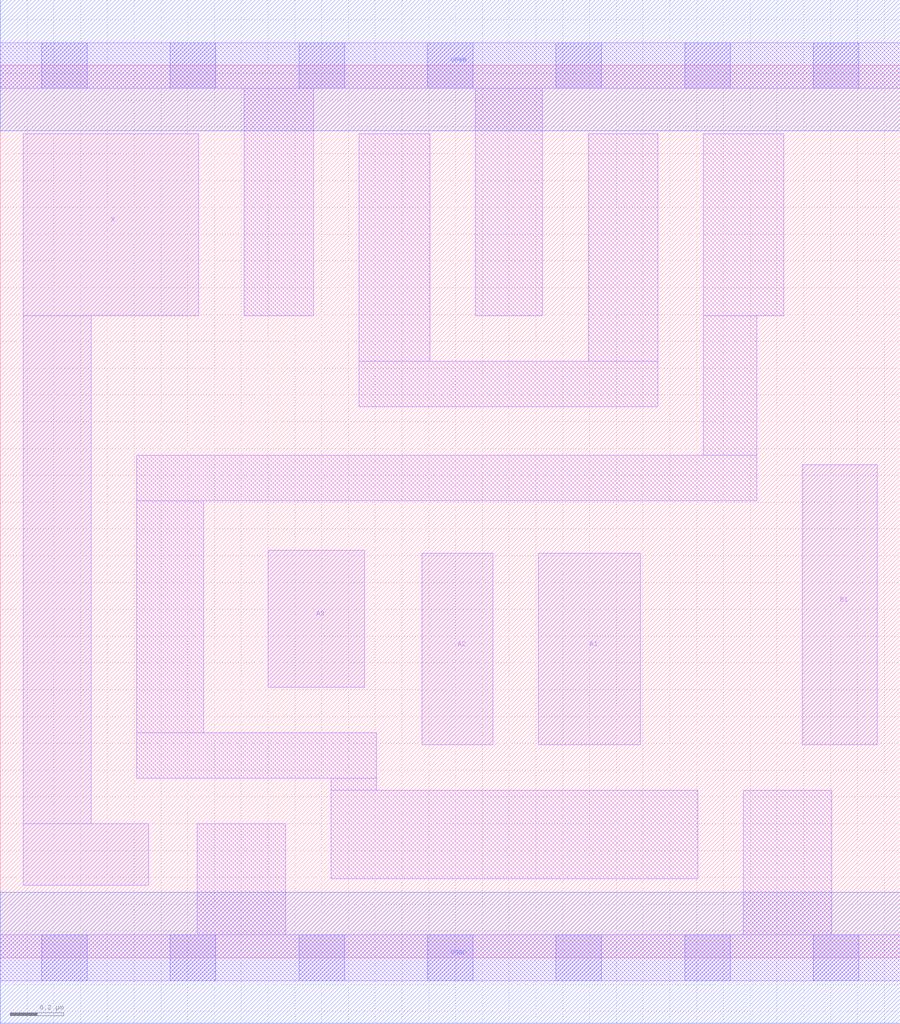
<source format=lef>
# Copyright 2020 The SkyWater PDK Authors
#
# Licensed under the Apache License, Version 2.0 (the "License");
# you may not use this file except in compliance with the License.
# You may obtain a copy of the License at
#
#     https://www.apache.org/licenses/LICENSE-2.0
#
# Unless required by applicable law or agreed to in writing, software
# distributed under the License is distributed on an "AS IS" BASIS,
# WITHOUT WARRANTIES OR CONDITIONS OF ANY KIND, either express or implied.
# See the License for the specific language governing permissions and
# limitations under the License.
#
# SPDX-License-Identifier: Apache-2.0

VERSION 5.7 ;
  NAMESCASESENSITIVE ON ;
  NOWIREEXTENSIONATPIN ON ;
  DIVIDERCHAR "/" ;
  BUSBITCHARS "[]" ;
UNITS
  DATABASE MICRONS 200 ;
END UNITS
MACRO sky130_fd_sc_lp__a31o_0
  CLASS CORE ;
  FOREIGN sky130_fd_sc_lp__a31o_0 ;
  ORIGIN  0.000000  0.000000 ;
  SIZE  3.360000 BY  3.330000 ;
  SYMMETRY X Y R90 ;
  SITE unit ;
  PIN A1
    ANTENNAGATEAREA  0.159000 ;
    DIRECTION INPUT ;
    USE SIGNAL ;
    PORT
      LAYER li1 ;
        RECT 2.010000 0.795000 2.390000 1.510000 ;
    END
  END A1
  PIN A2
    ANTENNAGATEAREA  0.159000 ;
    DIRECTION INPUT ;
    USE SIGNAL ;
    PORT
      LAYER li1 ;
        RECT 1.575000 0.795000 1.840000 1.510000 ;
    END
  END A2
  PIN A3
    ANTENNAGATEAREA  0.159000 ;
    DIRECTION INPUT ;
    USE SIGNAL ;
    PORT
      LAYER li1 ;
        RECT 1.000000 1.010000 1.360000 1.520000 ;
    END
  END A3
  PIN B1
    ANTENNAGATEAREA  0.159000 ;
    DIRECTION INPUT ;
    USE SIGNAL ;
    PORT
      LAYER li1 ;
        RECT 2.995000 0.795000 3.275000 1.840000 ;
    END
  END B1
  PIN X
    ANTENNADIFFAREA  0.289300 ;
    DIRECTION OUTPUT ;
    USE SIGNAL ;
    PORT
      LAYER li1 ;
        RECT 0.085000 0.270000 0.555000 0.500000 ;
        RECT 0.085000 0.500000 0.340000 2.395000 ;
        RECT 0.085000 2.395000 0.740000 3.075000 ;
    END
  END X
  PIN VGND
    DIRECTION INOUT ;
    USE GROUND ;
    PORT
      LAYER met1 ;
        RECT 0.000000 -0.245000 3.360000 0.245000 ;
    END
  END VGND
  PIN VPWR
    DIRECTION INOUT ;
    USE POWER ;
    PORT
      LAYER met1 ;
        RECT 0.000000 3.085000 3.360000 3.575000 ;
    END
  END VPWR
  OBS
    LAYER li1 ;
      RECT 0.000000 -0.085000 3.360000 0.085000 ;
      RECT 0.000000  3.245000 3.360000 3.415000 ;
      RECT 0.510000  0.670000 1.405000 0.840000 ;
      RECT 0.510000  0.840000 0.760000 1.705000 ;
      RECT 0.510000  1.705000 2.825000 1.875000 ;
      RECT 0.735000  0.085000 1.065000 0.500000 ;
      RECT 0.910000  2.395000 1.170000 3.245000 ;
      RECT 1.235000  0.295000 2.605000 0.625000 ;
      RECT 1.235000  0.625000 1.405000 0.670000 ;
      RECT 1.340000  2.055000 2.455000 2.225000 ;
      RECT 1.340000  2.225000 1.605000 3.075000 ;
      RECT 1.775000  2.395000 2.025000 3.245000 ;
      RECT 2.195000  2.225000 2.455000 3.075000 ;
      RECT 2.625000  1.875000 2.825000 2.395000 ;
      RECT 2.625000  2.395000 2.925000 3.075000 ;
      RECT 2.775000  0.085000 3.105000 0.625000 ;
    LAYER mcon ;
      RECT 0.155000 -0.085000 0.325000 0.085000 ;
      RECT 0.155000  3.245000 0.325000 3.415000 ;
      RECT 0.635000 -0.085000 0.805000 0.085000 ;
      RECT 0.635000  3.245000 0.805000 3.415000 ;
      RECT 1.115000 -0.085000 1.285000 0.085000 ;
      RECT 1.115000  3.245000 1.285000 3.415000 ;
      RECT 1.595000 -0.085000 1.765000 0.085000 ;
      RECT 1.595000  3.245000 1.765000 3.415000 ;
      RECT 2.075000 -0.085000 2.245000 0.085000 ;
      RECT 2.075000  3.245000 2.245000 3.415000 ;
      RECT 2.555000 -0.085000 2.725000 0.085000 ;
      RECT 2.555000  3.245000 2.725000 3.415000 ;
      RECT 3.035000 -0.085000 3.205000 0.085000 ;
      RECT 3.035000  3.245000 3.205000 3.415000 ;
  END
END sky130_fd_sc_lp__a31o_0
END LIBRARY

</source>
